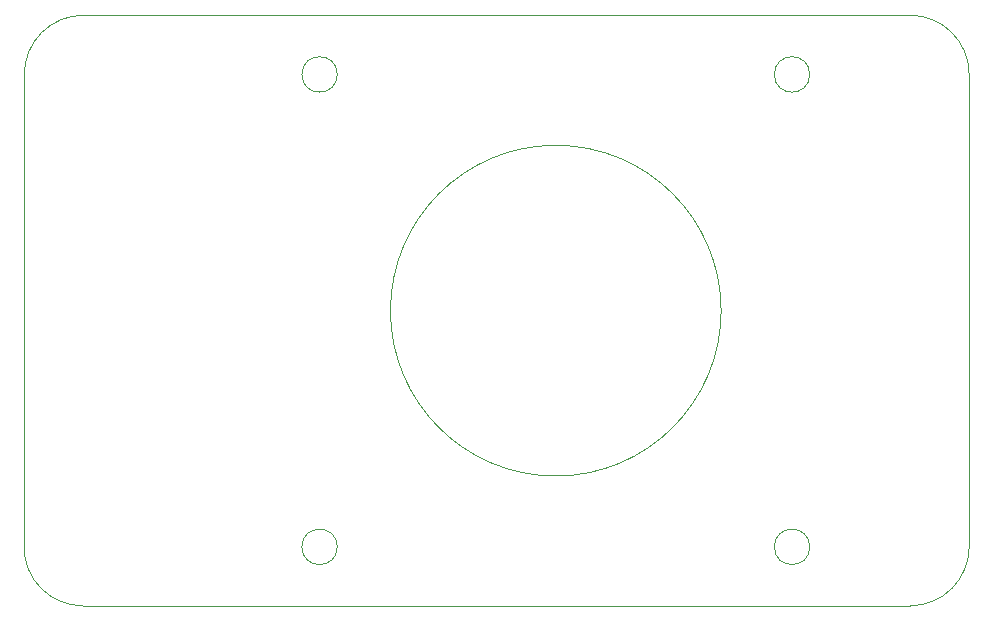
<source format=gbr>
%TF.GenerationSoftware,KiCad,Pcbnew,8.0.0-8.0.0-1~ubuntu20.04.1*%
%TF.CreationDate,2024-06-18T18:08:34-06:00*%
%TF.ProjectId,turbidometer,74757262-6964-46f6-9d65-7465722e6b69,rev?*%
%TF.SameCoordinates,Original*%
%TF.FileFunction,Profile,NP*%
%FSLAX46Y46*%
G04 Gerber Fmt 4.6, Leading zero omitted, Abs format (unit mm)*
G04 Created by KiCad (PCBNEW 8.0.0-8.0.0-1~ubuntu20.04.1) date 2024-06-18 18:08:34*
%MOMM*%
%LPD*%
G01*
G04 APERTURE LIST*
%TA.AperFunction,Profile*%
%ADD10C,0.050000*%
%TD*%
G04 APERTURE END LIST*
D10*
X126580000Y-75720000D02*
X126550000Y-115720000D01*
X206580000Y-115720000D02*
X206580000Y-75720000D01*
X131550000Y-120720000D02*
G75*
G02*
X126550000Y-115720000I0J5000000D01*
G01*
X185580057Y-95730000D02*
G75*
G02*
X157579943Y-95730000I-14000057J0D01*
G01*
X157579943Y-95730000D02*
G75*
G02*
X185580057Y-95730000I14000057J0D01*
G01*
X146580000Y-70730000D02*
X196580000Y-70720000D01*
X153080000Y-75730000D02*
G75*
G02*
X150080000Y-75730000I-1500000J0D01*
G01*
X150080000Y-75730000D02*
G75*
G02*
X153080000Y-75730000I1500000J0D01*
G01*
X131580000Y-70720000D02*
X146580000Y-70730000D01*
X153080133Y-115730000D02*
G75*
G02*
X150079867Y-115730000I-1500133J0D01*
G01*
X150079867Y-115730000D02*
G75*
G02*
X153080133Y-115730000I1500133J0D01*
G01*
X126580000Y-75720000D02*
G75*
G02*
X131580000Y-70720000I5000000J0D01*
G01*
X196580000Y-70720000D02*
X201580000Y-70720000D01*
X206580000Y-115720000D02*
G75*
G02*
X201580000Y-120720000I-5000000J0D01*
G01*
X193080300Y-75730000D02*
G75*
G02*
X190079700Y-75730000I-1500300J0D01*
G01*
X190079700Y-75730000D02*
G75*
G02*
X193080300Y-75730000I1500300J0D01*
G01*
X193080133Y-115730000D02*
G75*
G02*
X190079867Y-115730000I-1500133J0D01*
G01*
X190079867Y-115730000D02*
G75*
G02*
X193080133Y-115730000I1500133J0D01*
G01*
X146580000Y-120730000D02*
X131550000Y-120720000D01*
X201580000Y-70720000D02*
G75*
G02*
X206580000Y-75720000I0J-5000000D01*
G01*
X201580000Y-120720000D02*
X146580000Y-120730000D01*
M02*

</source>
